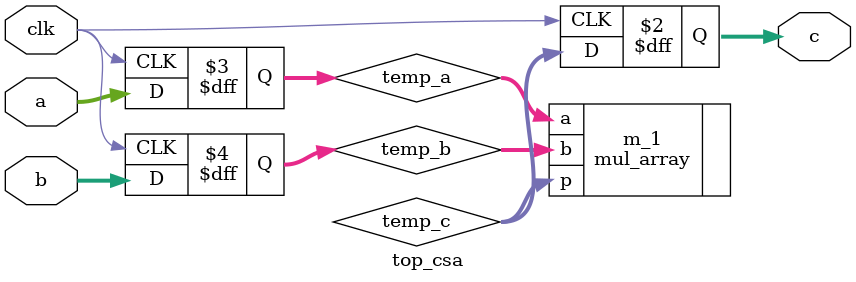
<source format=v>
module top_csa #(parameter index=0) (input clk,
input [7:0] a,
input [7:0] b,
output  reg [15:0] c
    );
 reg [7:0] temp_a;
 reg [7:0] temp_b;
 wire [15:0] temp_c;
 mul_array m_1(.a(temp_a),.b(temp_b),.p(temp_c));
 always @(posedge clk)
 begin
    temp_a<=a;
    temp_b<=b;
    c<=temp_c;
 end   
    
endmodule

</source>
